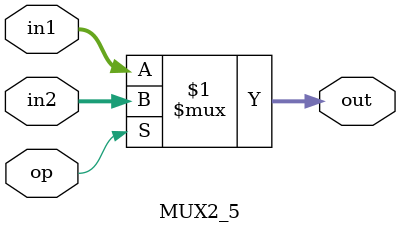
<source format=v>
`timescale 1ns / 1ps
module MUX2_32(
    input [31:0] in1,
    input [31:0] in2,
    input op,
    output [31:0] out
    );
	 assign out = (op) ? in2 : in1;
endmodule

module MUX2_5(
	input [4:0] in1,
	input [4:0] in2,
	input op,
	output [4:0] out
	);
	assign out = (op) ? in2 : in1;
endmodule



























</source>
